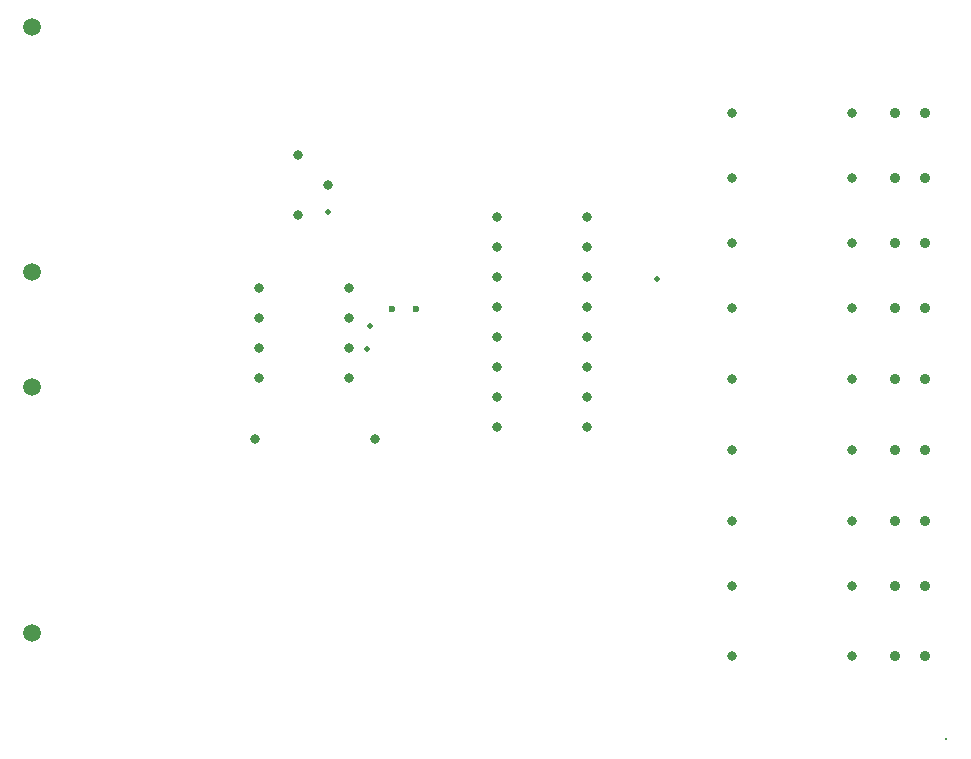
<source format=gbr>
%TF.GenerationSoftware,KiCad,Pcbnew,9.0.5*%
%TF.CreationDate,2025-10-19T16:10:08+05:30*%
%TF.ProjectId,KICADWORKSHOP_LED_CHASER,4b494341-4457-44f5-924b-53484f505f4c,rev?*%
%TF.SameCoordinates,Original*%
%TF.FileFunction,Plated,1,2,PTH,Drill*%
%TF.FilePolarity,Positive*%
%FSLAX46Y46*%
G04 Gerber Fmt 4.6, Leading zero omitted, Abs format (unit mm)*
G04 Created by KiCad (PCBNEW 9.0.5) date 2025-10-19 16:10:08*
%MOMM*%
%LPD*%
G01*
G04 APERTURE LIST*
%TA.AperFunction,ViaDrill*%
%ADD10C,0.300000*%
%TD*%
%TA.AperFunction,ViaDrill*%
%ADD11C,0.500000*%
%TD*%
%TA.AperFunction,ComponentDrill*%
%ADD12C,0.600000*%
%TD*%
%TA.AperFunction,ComponentDrill*%
%ADD13C,0.800000*%
%TD*%
%TA.AperFunction,ComponentDrill*%
%ADD14C,0.900000*%
%TD*%
%TA.AperFunction,ComponentDrill*%
%ADD15C,1.500000*%
%TD*%
G04 APERTURE END LIST*
D10*
X165500000Y-94500000D03*
D11*
X113160000Y-49840000D03*
X116500000Y-61500000D03*
X116770000Y-59500000D03*
X141000000Y-55500000D03*
D12*
%TO.C,C1*%
X118605000Y-58080000D03*
X120605000Y-58080000D03*
D13*
%TO.C,R1*%
X107025000Y-69080000D03*
%TO.C,U1*%
X107300000Y-56270000D03*
X107300000Y-58810000D03*
X107300000Y-61350000D03*
X107300000Y-63890000D03*
%TO.C,RV1*%
X110620000Y-45040000D03*
X110620000Y-50120000D03*
X113160000Y-47580000D03*
%TO.C,U1*%
X114920000Y-56270000D03*
X114920000Y-58810000D03*
X114920000Y-61350000D03*
X114920000Y-63890000D03*
%TO.C,R1*%
X117185000Y-69080000D03*
%TO.C,U2*%
X127500000Y-50300000D03*
X127500000Y-52840000D03*
X127500000Y-55380000D03*
X127500000Y-57920000D03*
X127500000Y-60460000D03*
X127500000Y-63000000D03*
X127500000Y-65540000D03*
X127500000Y-68080000D03*
X135120000Y-50300000D03*
X135120000Y-52840000D03*
X135120000Y-55380000D03*
X135120000Y-57920000D03*
X135120000Y-60460000D03*
X135120000Y-63000000D03*
X135120000Y-65540000D03*
X135120000Y-68080000D03*
%TO.C,R2*%
X147420000Y-41500000D03*
%TO.C,R3*%
X147420000Y-47000000D03*
%TO.C,R4*%
X147420000Y-52500000D03*
%TO.C,R5*%
X147420000Y-58000000D03*
%TO.C,R6*%
X147420000Y-64000000D03*
%TO.C,R7*%
X147420000Y-70000000D03*
%TO.C,R8*%
X147420000Y-76000000D03*
%TO.C,R9*%
X147420000Y-81500000D03*
%TO.C,R10*%
X147420000Y-87500000D03*
%TO.C,R2*%
X157580000Y-41500000D03*
%TO.C,R3*%
X157580000Y-47000000D03*
%TO.C,R4*%
X157580000Y-52500000D03*
%TO.C,R5*%
X157580000Y-58000000D03*
%TO.C,R6*%
X157580000Y-64000000D03*
%TO.C,R7*%
X157580000Y-70000000D03*
%TO.C,R8*%
X157580000Y-76000000D03*
%TO.C,R9*%
X157580000Y-81500000D03*
%TO.C,R10*%
X157580000Y-87500000D03*
D14*
%TO.C,D1*%
X161230000Y-41500000D03*
%TO.C,D2*%
X161230000Y-47000000D03*
%TO.C,D3*%
X161230000Y-52500000D03*
%TO.C,D4*%
X161230000Y-58000000D03*
%TO.C,D5*%
X161230000Y-64000000D03*
%TO.C,D6*%
X161230000Y-70000000D03*
%TO.C,D7*%
X161230000Y-76000000D03*
%TO.C,D8*%
X161230000Y-81500000D03*
%TO.C,D9*%
X161230000Y-87500000D03*
%TO.C,D1*%
X163770000Y-41500000D03*
%TO.C,D2*%
X163770000Y-47000000D03*
%TO.C,D3*%
X163770000Y-52500000D03*
%TO.C,D4*%
X163770000Y-58000000D03*
%TO.C,D5*%
X163770000Y-64000000D03*
%TO.C,D6*%
X163770000Y-70000000D03*
%TO.C,D7*%
X163770000Y-76000000D03*
%TO.C,D8*%
X163770000Y-81500000D03*
%TO.C,D9*%
X163770000Y-87500000D03*
D15*
%TO.C,BT1*%
X88120000Y-34182546D03*
X88120000Y-54982546D03*
%TO.C,BT2*%
X88120000Y-64682546D03*
X88120000Y-85482546D03*
M02*

</source>
